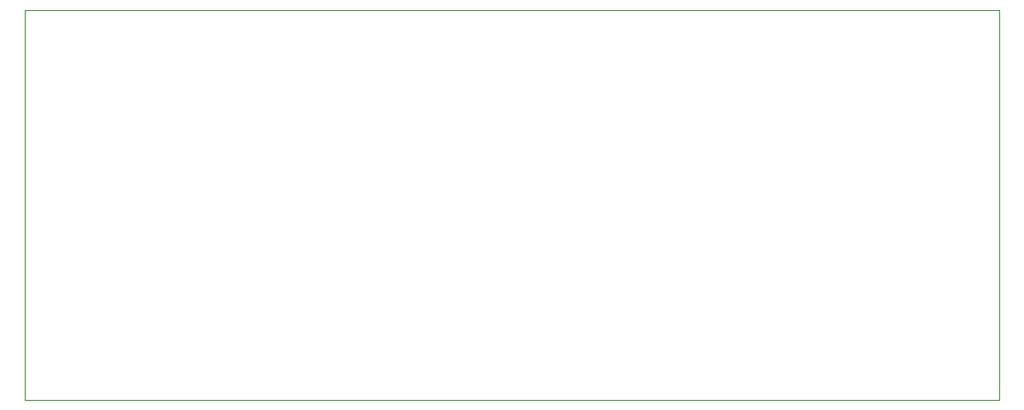
<source format=gbr>
%TF.GenerationSoftware,KiCad,Pcbnew,7.0.10*%
%TF.CreationDate,2024-03-10T13:48:41+03:00*%
%TF.ProjectId,Jim BK V2,4a696d20-424b-4205-9632-2e6b69636164,rev?*%
%TF.SameCoordinates,Original*%
%TF.FileFunction,Profile,NP*%
%FSLAX46Y46*%
G04 Gerber Fmt 4.6, Leading zero omitted, Abs format (unit mm)*
G04 Created by KiCad (PCBNEW 7.0.10) date 2024-03-10 13:48:41*
%MOMM*%
%LPD*%
G01*
G04 APERTURE LIST*
%TA.AperFunction,Profile*%
%ADD10C,0.100000*%
%TD*%
G04 APERTURE END LIST*
D10*
X-101600Y-508000D02*
X89789000Y-508000D01*
X89789000Y-36449000D01*
X-101600Y-36449000D01*
X-101600Y-508000D01*
M02*

</source>
